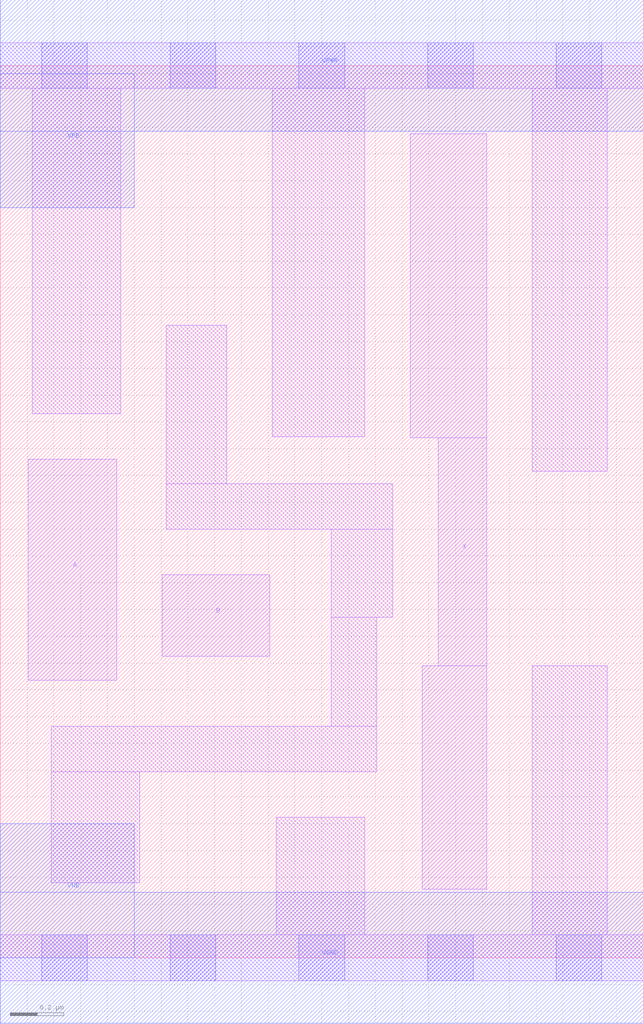
<source format=lef>
# Copyright 2020 The SkyWater PDK Authors
#
# Licensed under the Apache License, Version 2.0 (the "License");
# you may not use this file except in compliance with the License.
# You may obtain a copy of the License at
#
#     https://www.apache.org/licenses/LICENSE-2.0
#
# Unless required by applicable law or agreed to in writing, software
# distributed under the License is distributed on an "AS IS" BASIS,
# WITHOUT WARRANTIES OR CONDITIONS OF ANY KIND, either express or implied.
# See the License for the specific language governing permissions and
# limitations under the License.
#
# SPDX-License-Identifier: Apache-2.0

VERSION 5.5 ;
NAMESCASESENSITIVE ON ;
BUSBITCHARS "[]" ;
DIVIDERCHAR "/" ;
MACRO sky130_fd_sc_lp__and2_2
  CLASS CORE ;
  SOURCE USER ;
  ORIGIN  0.000000  0.000000 ;
  SIZE  2.400000 BY  3.330000 ;
  SYMMETRY X Y R90 ;
  SITE unit ;
  PIN A
    ANTENNAGATEAREA  0.126000 ;
    DIRECTION INPUT ;
    USE SIGNAL ;
    PORT
      LAYER li1 ;
        RECT 0.105000 1.035000 0.435000 1.860000 ;
    END
  END A
  PIN B
    ANTENNAGATEAREA  0.126000 ;
    DIRECTION INPUT ;
    USE SIGNAL ;
    PORT
      LAYER li1 ;
        RECT 0.605000 1.125000 1.005000 1.430000 ;
    END
  END B
  PIN X
    ANTENNADIFFAREA  0.588000 ;
    DIRECTION OUTPUT ;
    USE SIGNAL ;
    PORT
      LAYER li1 ;
        RECT 1.530000 1.940000 1.815000 3.075000 ;
        RECT 1.575000 0.255000 1.815000 1.090000 ;
        RECT 1.635000 1.090000 1.815000 1.940000 ;
    END
  END X
  PIN VGND
    DIRECTION INOUT ;
    USE GROUND ;
    PORT
      LAYER met1 ;
        RECT 0.000000 -0.245000 2.400000 0.245000 ;
    END
  END VGND
  PIN VNB
    DIRECTION INOUT ;
    USE GROUND ;
    PORT
    END
  END VNB
  PIN VPB
    DIRECTION INOUT ;
    USE POWER ;
    PORT
    END
  END VPB
  PIN VNB
    DIRECTION INOUT ;
    USE GROUND ;
    PORT
      LAYER met1 ;
        RECT 0.000000 0.000000 0.500000 0.500000 ;
    END
  END VNB
  PIN VPB
    DIRECTION INOUT ;
    USE POWER ;
    PORT
      LAYER met1 ;
        RECT 0.000000 2.800000 0.500000 3.300000 ;
    END
  END VPB
  PIN VPWR
    DIRECTION INOUT ;
    USE POWER ;
    PORT
      LAYER met1 ;
        RECT 0.000000 3.085000 2.400000 3.575000 ;
    END
  END VPWR
  OBS
    LAYER li1 ;
      RECT 0.000000 -0.085000 2.400000 0.085000 ;
      RECT 0.000000  3.245000 2.400000 3.415000 ;
      RECT 0.120000  2.030000 0.450000 3.245000 ;
      RECT 0.190000  0.280000 0.520000 0.695000 ;
      RECT 0.190000  0.695000 1.405000 0.865000 ;
      RECT 0.620000  1.600000 1.465000 1.770000 ;
      RECT 0.620000  1.770000 0.845000 2.360000 ;
      RECT 1.015000  1.945000 1.360000 3.245000 ;
      RECT 1.030000  0.085000 1.360000 0.525000 ;
      RECT 1.235000  0.865000 1.405000 1.270000 ;
      RECT 1.235000  1.270000 1.465000 1.600000 ;
      RECT 1.985000  0.085000 2.265000 1.090000 ;
      RECT 1.985000  1.815000 2.265000 3.245000 ;
    LAYER mcon ;
      RECT 0.155000 -0.085000 0.325000 0.085000 ;
      RECT 0.155000  3.245000 0.325000 3.415000 ;
      RECT 0.635000 -0.085000 0.805000 0.085000 ;
      RECT 0.635000  3.245000 0.805000 3.415000 ;
      RECT 1.115000 -0.085000 1.285000 0.085000 ;
      RECT 1.115000  3.245000 1.285000 3.415000 ;
      RECT 1.595000 -0.085000 1.765000 0.085000 ;
      RECT 1.595000  3.245000 1.765000 3.415000 ;
      RECT 2.075000 -0.085000 2.245000 0.085000 ;
      RECT 2.075000  3.245000 2.245000 3.415000 ;
  END
END sky130_fd_sc_lp__and2_2
END LIBRARY

</source>
